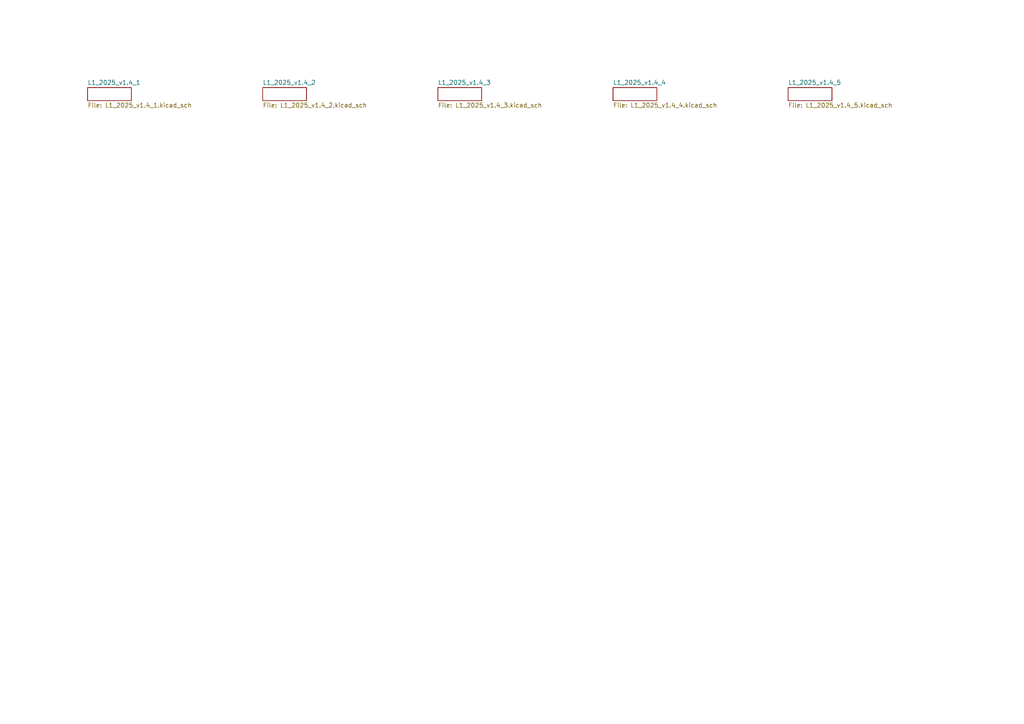
<source format=kicad_sch>
(kicad_sch
	(version 20250114)
	(generator "eeschema")
	(generator_version "9.0")
	(uuid "7aeaa8c0-0a83-416e-ac5f-ecd7d93e5b65")
	(paper "A4")
	(lib_symbols)
	(sheet
		(at 228.6 25.4)
		(size 12.7 3.81)
		(exclude_from_sim no)
		(in_bom yes)
		(on_board yes)
		(dnp no)
		(fields_autoplaced yes)
		(stroke
			(width 0)
			(type solid)
		)
		(fill
			(color 0 0 0 0.0000)
		)
		(uuid "0eadc5e7-3400-4750-b136-0268e27a25e7")
		(property "Sheetname" "L1_2025_v1.4_5"
			(at 228.6 24.6884 0)
			(effects
				(font
					(size 1.27 1.27)
				)
				(justify left bottom)
			)
		)
		(property "Sheetfile" "L1_2025_v1.4_5.kicad_sch"
			(at 228.6 29.7946 0)
			(effects
				(font
					(size 1.27 1.27)
				)
				(justify left top)
			)
		)
		(instances
			(project "L1_2025_v1.4"
				(path "/7aeaa8c0-0a83-416e-ac5f-ecd7d93e5b65"
					(page "5")
				)
			)
		)
	)
	(sheet
		(at 76.2 25.4)
		(size 12.7 3.81)
		(exclude_from_sim no)
		(in_bom yes)
		(on_board yes)
		(dnp no)
		(fields_autoplaced yes)
		(stroke
			(width 0)
			(type solid)
		)
		(fill
			(color 0 0 0 0.0000)
		)
		(uuid "11f3ddd9-261b-4c7c-bb56-74dc18bf3389")
		(property "Sheetname" "L1_2025_v1.4_2"
			(at 76.2 24.6884 0)
			(effects
				(font
					(size 1.27 1.27)
				)
				(justify left bottom)
			)
		)
		(property "Sheetfile" "L1_2025_v1.4_2.kicad_sch"
			(at 76.2 29.7946 0)
			(effects
				(font
					(size 1.27 1.27)
				)
				(justify left top)
			)
		)
		(instances
			(project "L1_2025_v1.4"
				(path "/7aeaa8c0-0a83-416e-ac5f-ecd7d93e5b65"
					(page "2")
				)
			)
		)
	)
	(sheet
		(at 177.8 25.4)
		(size 12.7 3.81)
		(exclude_from_sim no)
		(in_bom yes)
		(on_board yes)
		(dnp no)
		(fields_autoplaced yes)
		(stroke
			(width 0)
			(type solid)
		)
		(fill
			(color 0 0 0 0.0000)
		)
		(uuid "710ea856-6bb0-44af-aa06-322d18987c19")
		(property "Sheetname" "L1_2025_v1.4_4"
			(at 177.8 24.6884 0)
			(effects
				(font
					(size 1.27 1.27)
				)
				(justify left bottom)
			)
		)
		(property "Sheetfile" "L1_2025_v1.4_4.kicad_sch"
			(at 177.8 29.7946 0)
			(effects
				(font
					(size 1.27 1.27)
				)
				(justify left top)
			)
		)
		(instances
			(project "L1_2025_v1.4"
				(path "/7aeaa8c0-0a83-416e-ac5f-ecd7d93e5b65"
					(page "4")
				)
			)
		)
	)
	(sheet
		(at 25.4 25.4)
		(size 12.7 3.81)
		(exclude_from_sim no)
		(in_bom yes)
		(on_board yes)
		(dnp no)
		(fields_autoplaced yes)
		(stroke
			(width 0)
			(type solid)
		)
		(fill
			(color 0 0 0 0.0000)
		)
		(uuid "92468ef3-3ee4-4486-802e-ad46c9613f13")
		(property "Sheetname" "L1_2025_v1.4_1"
			(at 25.4 24.6884 0)
			(effects
				(font
					(size 1.27 1.27)
				)
				(justify left bottom)
			)
		)
		(property "Sheetfile" "L1_2025_v1.4_1.kicad_sch"
			(at 25.4 29.7946 0)
			(effects
				(font
					(size 1.27 1.27)
				)
				(justify left top)
			)
		)
		(instances
			(project "L1_2025_v1.4"
				(path "/7aeaa8c0-0a83-416e-ac5f-ecd7d93e5b65"
					(page "1")
				)
			)
		)
	)
	(sheet
		(at 127 25.4)
		(size 12.7 3.81)
		(exclude_from_sim no)
		(in_bom yes)
		(on_board yes)
		(dnp no)
		(fields_autoplaced yes)
		(stroke
			(width 0)
			(type solid)
		)
		(fill
			(color 0 0 0 0.0000)
		)
		(uuid "c39cbdec-2c33-4861-aeb3-fa0606ac5384")
		(property "Sheetname" "L1_2025_v1.4_3"
			(at 127 24.6884 0)
			(effects
				(font
					(size 1.27 1.27)
				)
				(justify left bottom)
			)
		)
		(property "Sheetfile" "L1_2025_v1.4_3.kicad_sch"
			(at 127 29.7946 0)
			(effects
				(font
					(size 1.27 1.27)
				)
				(justify left top)
			)
		)
		(instances
			(project "L1_2025_v1.4"
				(path "/7aeaa8c0-0a83-416e-ac5f-ecd7d93e5b65"
					(page "3")
				)
			)
		)
	)
	(sheet_instances
		(path "/"
			(page "1")
		)
	)
	(embedded_fonts no)
)

</source>
